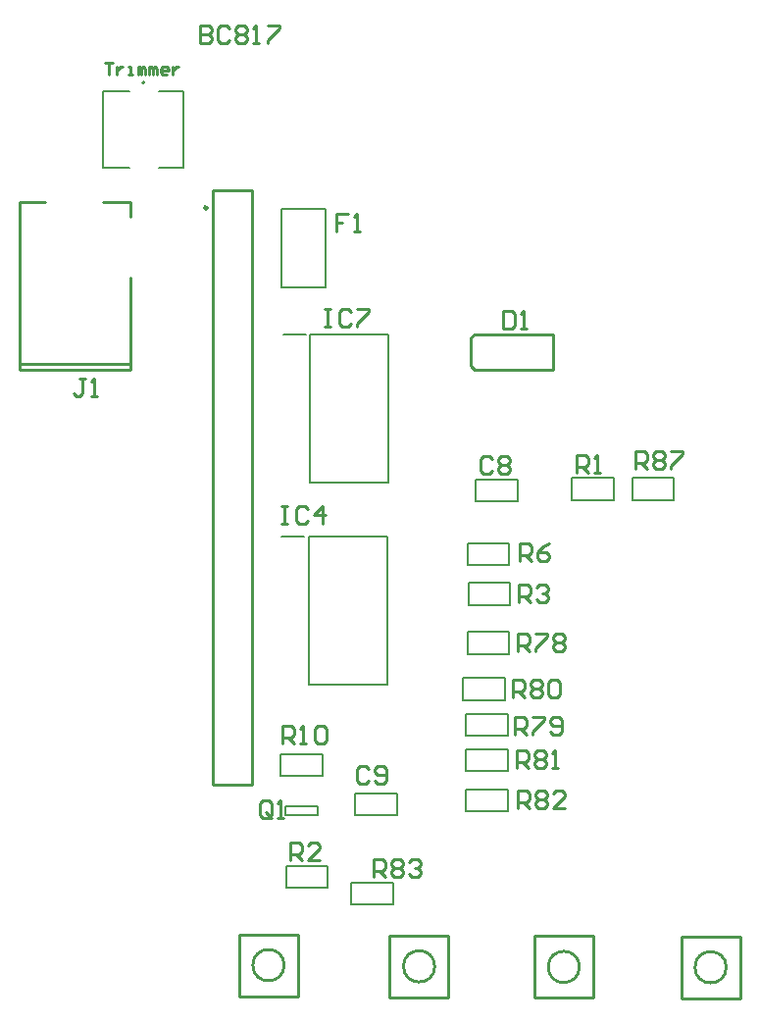
<source format=gto>
G04*
G04 #@! TF.GenerationSoftware,Altium Limited,Altium Designer,24.2.2 (26)*
G04*
G04 Layer_Color=65535*
%FSLAX25Y25*%
%MOIN*%
G70*
G04*
G04 #@! TF.SameCoordinates,7880CA01-A185-4AAC-BB8A-744F794AF487*
G04*
G04*
G04 #@! TF.FilePolarity,Positive*
G04*
G01*
G75*
%ADD10C,0.01000*%
%ADD11C,0.00787*%
%ADD12C,0.01181*%
%ADD13C,0.00500*%
D10*
X248315Y20700D02*
G03*
X248315Y20700I-5315J0D01*
G01*
X198415Y20800D02*
G03*
X198415Y20800I-5315J0D01*
G01*
X149215Y21000D02*
G03*
X149215Y21000I-5315J0D01*
G01*
X98015Y21400D02*
G03*
X98015Y21400I-5315J0D01*
G01*
X233000Y10200D02*
Y31200D01*
X253000D01*
Y10200D02*
Y31200D01*
X233000Y10200D02*
X253000D01*
X183100Y10300D02*
Y31300D01*
X203100D01*
Y10300D02*
Y31300D01*
X183100Y10300D02*
X203100D01*
X133900Y10500D02*
Y31500D01*
X153900D01*
Y10500D02*
Y31500D01*
X133900Y10500D02*
X153900D01*
X82700Y10900D02*
X102700D01*
Y31900D01*
X82700D02*
X102700D01*
X82700Y10900D02*
Y31900D01*
X8096Y225687D02*
X45891D01*
X8096Y223766D02*
Y280853D01*
Y223766D02*
X45891D01*
Y275636D02*
Y280853D01*
Y223766D02*
Y255065D01*
X36344Y280853D02*
X45891D01*
X8096D02*
X16856D01*
X161567Y225079D02*
Y234725D01*
Y225079D02*
X162847Y223799D01*
X189323D01*
X161567Y234725D02*
X162650Y235807D01*
X189323D01*
Y223799D02*
Y235807D01*
X87006Y82742D02*
Y284592D01*
X73738Y82742D02*
X87006D01*
X73738Y284592D02*
X87006D01*
X73738Y82742D02*
Y284592D01*
X172496Y243903D02*
Y237897D01*
X175499D01*
X176500Y238898D01*
Y242902D01*
X175499Y243903D01*
X172496D01*
X178502Y237897D02*
X180504D01*
X179503D01*
Y243903D01*
X178502Y242902D01*
X37137Y327968D02*
X39761D01*
X38449D01*
Y324032D01*
X41073Y326656D02*
Y324032D01*
Y325344D01*
X41728Y326000D01*
X42384Y326656D01*
X43040D01*
X45008Y324032D02*
X46320D01*
X45664D01*
Y326656D01*
X45008D01*
X48288Y324032D02*
Y326656D01*
X48944D01*
X49600Y326000D01*
Y324032D01*
Y326000D01*
X50256Y326656D01*
X50912Y326000D01*
Y324032D01*
X52224D02*
Y326656D01*
X52880D01*
X53536Y326000D01*
Y324032D01*
Y326000D01*
X54192Y326656D01*
X54848Y326000D01*
Y324032D01*
X58127D02*
X56815D01*
X56160Y324688D01*
Y326000D01*
X56815Y326656D01*
X58127D01*
X58783Y326000D01*
Y325344D01*
X56160D01*
X60095Y326656D02*
Y324032D01*
Y325344D01*
X60751Y326000D01*
X61407Y326656D01*
X62063D01*
X217292Y190197D02*
Y196203D01*
X220295D01*
X221296Y195202D01*
Y193200D01*
X220295Y192199D01*
X217292D01*
X219294D02*
X221296Y190197D01*
X223298Y195202D02*
X224299Y196203D01*
X226301D01*
X227302Y195202D01*
Y194201D01*
X226301Y193200D01*
X227302Y192199D01*
Y191198D01*
X226301Y190197D01*
X224299D01*
X223298Y191198D01*
Y192199D01*
X224299Y193200D01*
X223298Y194201D01*
Y195202D01*
X224299Y193200D02*
X226301D01*
X229304Y196203D02*
X233308D01*
Y195202D01*
X229304Y191198D01*
Y190197D01*
X128503Y51501D02*
Y57499D01*
X131502D01*
X132501Y56499D01*
Y54500D01*
X131502Y53500D01*
X128503D01*
X130502D02*
X132501Y51501D01*
X134501Y56499D02*
X135500Y57499D01*
X137500D01*
X138499Y56499D01*
Y55500D01*
X137500Y54500D01*
X138499Y53500D01*
Y52501D01*
X137500Y51501D01*
X135500D01*
X134501Y52501D01*
Y53500D01*
X135500Y54500D01*
X134501Y55500D01*
Y56499D01*
X135500Y54500D02*
X137500D01*
X140499Y56499D02*
X141498Y57499D01*
X143498D01*
X144497Y56499D01*
Y55500D01*
X143498Y54500D01*
X142498D01*
X143498D01*
X144497Y53500D01*
Y52501D01*
X143498Y51501D01*
X141498D01*
X140499Y52501D01*
X177603Y74801D02*
Y80799D01*
X180602D01*
X181601Y79799D01*
Y77800D01*
X180602Y76800D01*
X177603D01*
X179602D02*
X181601Y74801D01*
X183601Y79799D02*
X184600Y80799D01*
X186600D01*
X187599Y79799D01*
Y78800D01*
X186600Y77800D01*
X187599Y76800D01*
Y75801D01*
X186600Y74801D01*
X184600D01*
X183601Y75801D01*
Y76800D01*
X184600Y77800D01*
X183601Y78800D01*
Y79799D01*
X184600Y77800D02*
X186600D01*
X193597Y74801D02*
X189599D01*
X193597Y78800D01*
Y79799D01*
X192598Y80799D01*
X190598D01*
X189599Y79799D01*
X177102Y88501D02*
Y94499D01*
X180101D01*
X181101Y93499D01*
Y91500D01*
X180101Y90500D01*
X177102D01*
X179102D02*
X181101Y88501D01*
X183100Y93499D02*
X184100Y94499D01*
X186099D01*
X187099Y93499D01*
Y92500D01*
X186099Y91500D01*
X187099Y90500D01*
Y89501D01*
X186099Y88501D01*
X184100D01*
X183100Y89501D01*
Y90500D01*
X184100Y91500D01*
X183100Y92500D01*
Y93499D01*
X184100Y91500D02*
X186099D01*
X189098Y88501D02*
X191098D01*
X190098D01*
Y94499D01*
X189098Y93499D01*
X175903Y112401D02*
Y118399D01*
X178902D01*
X179901Y117399D01*
Y115400D01*
X178902Y114400D01*
X175903D01*
X177902D02*
X179901Y112401D01*
X181901Y117399D02*
X182900Y118399D01*
X184900D01*
X185899Y117399D01*
Y116400D01*
X184900Y115400D01*
X185899Y114400D01*
Y113401D01*
X184900Y112401D01*
X182900D01*
X181901Y113401D01*
Y114400D01*
X182900Y115400D01*
X181901Y116400D01*
Y117399D01*
X182900Y115400D02*
X184900D01*
X187899Y117399D02*
X188898Y118399D01*
X190898D01*
X191897Y117399D01*
Y113401D01*
X190898Y112401D01*
X188898D01*
X187899Y113401D01*
Y117399D01*
X176503Y99601D02*
Y105599D01*
X179502D01*
X180501Y104599D01*
Y102600D01*
X179502Y101600D01*
X176503D01*
X178502D02*
X180501Y99601D01*
X182501Y105599D02*
X186499D01*
Y104599D01*
X182501Y100601D01*
Y99601D01*
X188499Y100601D02*
X189498Y99601D01*
X191498D01*
X192497Y100601D01*
Y104599D01*
X191498Y105599D01*
X189498D01*
X188499Y104599D01*
Y103600D01*
X189498Y102600D01*
X192497D01*
X177303Y128101D02*
Y134099D01*
X180302D01*
X181301Y133099D01*
Y131100D01*
X180302Y130100D01*
X177303D01*
X179302D02*
X181301Y128101D01*
X183301Y134099D02*
X187299D01*
Y133099D01*
X183301Y129101D01*
Y128101D01*
X189299Y133099D02*
X190298Y134099D01*
X192298D01*
X193297Y133099D01*
Y132100D01*
X192298Y131100D01*
X193297Y130100D01*
Y129101D01*
X192298Y128101D01*
X190298D01*
X189299Y129101D01*
Y130100D01*
X190298Y131100D01*
X189299Y132100D01*
Y133099D01*
X190298Y131100D02*
X192298D01*
X97400Y96600D02*
Y102598D01*
X100399D01*
X101399Y101598D01*
Y99599D01*
X100399Y98599D01*
X97400D01*
X99399D02*
X101399Y96600D01*
X103398D02*
X105397D01*
X104398D01*
Y102598D01*
X103398Y101598D01*
X108396D02*
X109396Y102598D01*
X111396D01*
X112395Y101598D01*
Y97600D01*
X111396Y96600D01*
X109396D01*
X108396Y97600D01*
Y101598D01*
X178195Y158597D02*
Y164603D01*
X181198D01*
X182199Y163602D01*
Y161600D01*
X181198Y160599D01*
X178195D01*
X180197D02*
X182199Y158597D01*
X188205Y164603D02*
X186203Y163602D01*
X184201Y161600D01*
Y159598D01*
X185202Y158597D01*
X187204D01*
X188205Y159598D01*
Y160599D01*
X187204Y161600D01*
X184201D01*
X177665Y144801D02*
Y150799D01*
X180664D01*
X181663Y149799D01*
Y147800D01*
X180664Y146800D01*
X177665D01*
X179664D02*
X181663Y144801D01*
X183663Y149799D02*
X184662Y150799D01*
X186662D01*
X187661Y149799D01*
Y148800D01*
X186662Y147800D01*
X185662D01*
X186662D01*
X187661Y146800D01*
Y145801D01*
X186662Y144801D01*
X184662D01*
X183663Y145801D01*
X100102Y57001D02*
Y62999D01*
X103101D01*
X104100Y61999D01*
Y60000D01*
X103101Y59000D01*
X100102D01*
X102101D02*
X104100Y57001D01*
X110098D02*
X106100D01*
X110098Y61000D01*
Y61999D01*
X109099Y62999D01*
X107099D01*
X106100Y61999D01*
X197496Y188897D02*
Y194903D01*
X200499D01*
X201500Y193902D01*
Y191900D01*
X200499Y190899D01*
X197496D01*
X199498D02*
X201500Y188897D01*
X203502D02*
X205504D01*
X204503D01*
Y194903D01*
X203502Y193902D01*
X93700Y72401D02*
Y76399D01*
X92700Y77399D01*
X90701D01*
X89701Y76399D01*
Y72401D01*
X90701Y71401D01*
X92700D01*
X91701Y73400D02*
X93700Y71401D01*
X92700D02*
X93700Y72401D01*
X95699Y71401D02*
X97699D01*
X96699D01*
Y77399D01*
X95699Y76399D01*
X30300Y220599D02*
X28301D01*
X29300D01*
Y215601D01*
X28301Y214601D01*
X27301D01*
X26301Y215601D01*
X32299Y214601D02*
X34299D01*
X33299D01*
Y220599D01*
X32299Y219599D01*
X111702Y244299D02*
X113702D01*
X112702D01*
Y238301D01*
X111702D01*
X113702D01*
X120700Y243299D02*
X119700Y244299D01*
X117701D01*
X116701Y243299D01*
Y239301D01*
X117701Y238301D01*
X119700D01*
X120700Y239301D01*
X122699Y244299D02*
X126698D01*
Y243299D01*
X122699Y239301D01*
Y238301D01*
X97200Y177498D02*
X99199D01*
X98200D01*
Y171500D01*
X97200D01*
X99199D01*
X106197Y176498D02*
X105197Y177498D01*
X103198D01*
X102198Y176498D01*
Y172500D01*
X103198Y171500D01*
X105197D01*
X106197Y172500D01*
X111196Y171500D02*
Y177498D01*
X108196Y174499D01*
X112195D01*
X119900Y276699D02*
X115901D01*
Y273700D01*
X117901D01*
X115901D01*
Y270701D01*
X121899D02*
X123899D01*
X122899D01*
Y276699D01*
X121899Y275699D01*
X126799Y88098D02*
X125799Y89098D01*
X123800D01*
X122800Y88098D01*
Y84100D01*
X123800Y83100D01*
X125799D01*
X126799Y84100D01*
X128798D02*
X129798Y83100D01*
X131797D01*
X132797Y84100D01*
Y88098D01*
X131797Y89098D01*
X129798D01*
X128798Y88098D01*
Y87099D01*
X129798Y86099D01*
X132797D01*
X168835Y193361D02*
X167834Y194362D01*
X165832D01*
X164831Y193361D01*
Y189357D01*
X165832Y188356D01*
X167834D01*
X168835Y189357D01*
X170837Y193361D02*
X171838Y194362D01*
X173840D01*
X174841Y193361D01*
Y192360D01*
X173840Y191359D01*
X174841Y190358D01*
Y189357D01*
X173840Y188356D01*
X171838D01*
X170837Y189357D01*
Y190358D01*
X171838Y191359D01*
X170837Y192360D01*
Y193361D01*
X171838Y191359D02*
X173840D01*
X69600Y340798D02*
Y334800D01*
X72599D01*
X73599Y335800D01*
Y336799D01*
X72599Y337799D01*
X69600D01*
X72599D01*
X73599Y338799D01*
Y339798D01*
X72599Y340798D01*
X69600D01*
X79597Y339798D02*
X78597Y340798D01*
X76598D01*
X75598Y339798D01*
Y335800D01*
X76598Y334800D01*
X78597D01*
X79597Y335800D01*
X81596Y339798D02*
X82596Y340798D01*
X84595D01*
X85595Y339798D01*
Y338799D01*
X84595Y337799D01*
X85595Y336799D01*
Y335800D01*
X84595Y334800D01*
X82596D01*
X81596Y335800D01*
Y336799D01*
X82596Y337799D01*
X81596Y338799D01*
Y339798D01*
X82596Y337799D02*
X84595D01*
X87594Y334800D02*
X89593D01*
X88594D01*
Y340798D01*
X87594Y339798D01*
X92593Y340798D02*
X96591D01*
Y339798D01*
X92593Y335800D01*
Y334800D01*
D11*
X50594Y321300D02*
G03*
X50594Y321300I-394J0D01*
G01*
X160313Y157360D02*
Y164840D01*
Y157360D02*
X174487D01*
X160313Y164840D02*
X174487D01*
Y157360D02*
Y164840D01*
X97020Y251748D02*
Y278323D01*
Y251748D02*
X111980D01*
Y278323D01*
X97020D02*
X111980D01*
X106814Y235897D02*
X133586D01*
Y185503D02*
Y235897D01*
X106814Y185503D02*
X133586D01*
X106814D02*
Y235897D01*
X97759Y235858D02*
X105436D01*
X135087Y42060D02*
Y49540D01*
X120913D02*
X135087D01*
X120913Y42060D02*
X135087D01*
X120913D02*
Y49540D01*
X98613Y47660D02*
Y55140D01*
Y47660D02*
X112787D01*
X98613Y55140D02*
X112787D01*
Y47660D02*
Y55140D01*
X109312Y72401D02*
Y75550D01*
X98288Y72401D02*
Y75550D01*
X109312D01*
X98288Y72401D02*
X109312D01*
X159813Y73760D02*
Y81240D01*
Y73760D02*
X173987D01*
X159813Y81240D02*
X173987D01*
Y73760D02*
Y81240D01*
X159813Y87260D02*
Y94740D01*
Y87260D02*
X173987D01*
X159813Y94740D02*
X173987D01*
Y87260D02*
Y94740D01*
X159813Y99260D02*
Y106740D01*
Y99260D02*
X173987D01*
X159813Y106740D02*
X173987D01*
Y99260D02*
Y106740D01*
X158813Y111560D02*
Y119040D01*
Y111560D02*
X172987D01*
X158813Y119040D02*
X172987D01*
Y111560D02*
Y119040D01*
X160413Y127160D02*
Y134640D01*
Y127160D02*
X174587D01*
X160413Y134640D02*
X174587D01*
Y127160D02*
Y134640D01*
X160613Y143860D02*
Y151340D01*
Y143860D02*
X174787D01*
X160613Y151340D02*
X174787D01*
Y143860D02*
Y151340D01*
X216313Y179460D02*
Y186940D01*
Y179460D02*
X230487D01*
X216313Y186940D02*
X230487D01*
Y179460D02*
Y186940D01*
X210087Y179560D02*
Y187040D01*
X195913D02*
X210087D01*
X195913Y179560D02*
X210087D01*
X195913D02*
Y187040D01*
X163213Y178960D02*
X177387D01*
X163213D02*
Y186440D01*
X177387Y178960D02*
Y186440D01*
X163213D02*
X177387D01*
X96813Y85760D02*
Y93240D01*
Y85760D02*
X110987D01*
X96813Y93240D02*
X110987D01*
Y85760D02*
Y93240D01*
X97259Y166957D02*
X104936D01*
X106314Y116603D02*
Y166997D01*
Y116603D02*
X133086D01*
Y166997D01*
X106314D02*
X133086D01*
X122176Y79740D02*
X136350D01*
Y72260D02*
Y79740D01*
X122176Y72260D02*
Y79740D01*
Y72260D02*
X136350D01*
D12*
X71769Y278805D02*
G03*
X71769Y278805I-394J0D01*
G01*
D13*
X36302Y292308D02*
Y318292D01*
X36342Y292308D02*
X45338D01*
X55338D02*
X63861D01*
Y318292D01*
X55338D02*
X63861D01*
X36342D02*
X45338D01*
M02*

</source>
